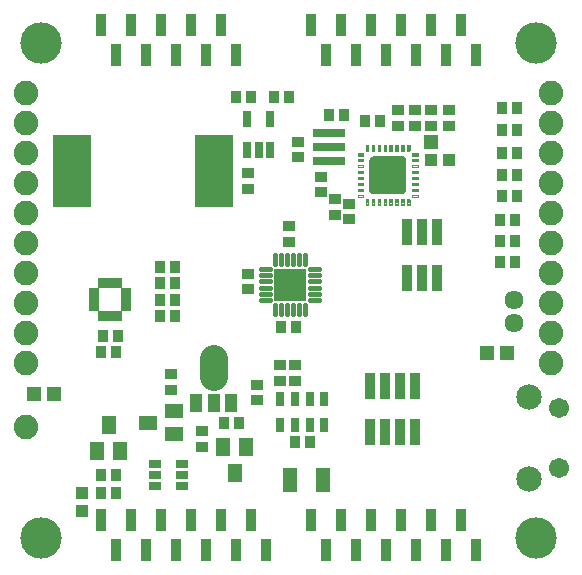
<source format=gts>
G75*
G70*
%OFA0B0*%
%FSLAX24Y24*%
%IPPOS*%
%LPD*%
%AMOC8*
5,1,8,0,0,1.08239X$1,22.5*
%
%ADD10C,0.1380*%
%ADD11R,0.0356X0.0434*%
%ADD12C,0.0820*%
%ADD13R,0.0380X0.0910*%
%ADD14R,0.0434X0.0356*%
%ADD15C,0.0197*%
%ADD16C,0.0040*%
%ADD17C,0.0634*%
%ADD18R,0.0474X0.0474*%
%ADD19R,0.0395X0.0395*%
%ADD20R,0.0474X0.0789*%
%ADD21R,0.1064X0.0277*%
%ADD22R,0.0190X0.0336*%
%ADD23R,0.0336X0.0190*%
%ADD24C,0.0180*%
%ADD25R,0.1110X0.1110*%
%ADD26R,0.0316X0.0513*%
%ADD27R,0.0513X0.0474*%
%ADD28R,0.0474X0.0631*%
%ADD29R,0.0631X0.0474*%
%ADD30R,0.0434X0.0316*%
%ADD31R,0.0413X0.0620*%
%ADD32C,0.0946*%
%ADD33C,0.0674*%
%ADD34C,0.0848*%
%ADD35R,0.1261X0.2442*%
%ADD36R,0.0297X0.0552*%
%ADD37R,0.0360X0.0750*%
D10*
X002050Y004290D03*
X002050Y020790D03*
X018550Y020790D03*
X018550Y004290D03*
D11*
X011006Y007490D03*
X010494Y007490D03*
X008656Y008140D03*
X008144Y008140D03*
X010034Y011315D03*
X010546Y011315D03*
X006506Y011690D03*
X005994Y011690D03*
X005994Y012240D03*
X006506Y012240D03*
X006506Y012790D03*
X005994Y012790D03*
X005994Y013340D03*
X006506Y013340D03*
X004606Y011040D03*
X004094Y011040D03*
X004044Y010490D03*
X004556Y010490D03*
X004556Y006390D03*
X004044Y006390D03*
X004044Y005790D03*
X004556Y005790D03*
X012844Y018190D03*
X013356Y018190D03*
X012156Y018390D03*
X011644Y018390D03*
X010306Y018990D03*
X009794Y018990D03*
X009056Y018990D03*
X008544Y018990D03*
X017394Y018640D03*
X017906Y018640D03*
X017906Y017890D03*
X017394Y017890D03*
X017394Y017140D03*
X017906Y017140D03*
X017906Y016390D03*
X017394Y016390D03*
X017394Y015690D03*
X017906Y015690D03*
X017856Y014890D03*
X017344Y014890D03*
X017344Y014190D03*
X017856Y014190D03*
X017856Y013490D03*
X017344Y013490D03*
D12*
X019050Y013140D03*
X019050Y012140D03*
X019050Y011140D03*
X019050Y010140D03*
X019050Y014140D03*
X019050Y015140D03*
X019050Y016140D03*
X019050Y017140D03*
X019050Y018140D03*
X019050Y019140D03*
X001550Y019140D03*
X001550Y018140D03*
X001550Y017140D03*
X001550Y016140D03*
X001550Y015140D03*
X001550Y014140D03*
X001550Y013140D03*
X001550Y012140D03*
X001550Y011140D03*
X001550Y010140D03*
X001550Y007990D03*
D13*
X013000Y007825D03*
X013500Y007825D03*
X014000Y007825D03*
X014500Y007825D03*
X014500Y009355D03*
X014000Y009355D03*
X013500Y009355D03*
X013000Y009355D03*
X014250Y012975D03*
X014750Y012975D03*
X015250Y012975D03*
X015250Y014505D03*
X014750Y014505D03*
X014250Y014505D03*
D14*
X012300Y014914D03*
X011860Y015074D03*
X011860Y015586D03*
X012300Y015426D03*
X011380Y015824D03*
X011380Y016336D03*
X010600Y016984D03*
X010600Y017496D03*
X008950Y016446D03*
X008950Y015934D03*
X010320Y014676D03*
X010320Y014164D03*
X008930Y013106D03*
X008930Y012594D03*
X010000Y010046D03*
X010500Y010046D03*
X010500Y009534D03*
X010000Y009534D03*
X009250Y009396D03*
X009250Y008884D03*
X007400Y007846D03*
X007400Y007334D03*
X006370Y009234D03*
X006370Y009746D03*
X013950Y018034D03*
X013950Y018546D03*
X014500Y018546D03*
X014500Y018034D03*
X015050Y018034D03*
X015050Y018546D03*
X015650Y018546D03*
X015650Y018034D03*
D15*
X014122Y016912D02*
X014122Y015868D01*
X013078Y015868D01*
X013078Y016853D01*
X013137Y016912D01*
X014122Y016912D01*
X014122Y016760D02*
X013078Y016760D01*
X013078Y016565D02*
X014122Y016565D01*
X014122Y016369D02*
X013078Y016369D01*
X013078Y016174D02*
X014122Y016174D01*
X014122Y015978D02*
X013078Y015978D01*
D16*
X012793Y015937D02*
X012793Y015859D01*
X012596Y015859D01*
X012596Y015937D01*
X012793Y015937D01*
X012793Y015903D02*
X012596Y015903D01*
X012596Y015865D02*
X012793Y015865D01*
X012793Y015740D02*
X012596Y015740D01*
X012596Y015662D01*
X012773Y015662D01*
X012793Y015681D01*
X012793Y015740D01*
X012793Y015711D02*
X012596Y015711D01*
X012596Y015672D02*
X012784Y015672D01*
X012891Y015583D02*
X012950Y015583D01*
X012950Y015386D01*
X012872Y015386D01*
X012872Y015563D01*
X012891Y015583D01*
X012872Y015557D02*
X012950Y015557D01*
X012950Y015518D02*
X012872Y015518D01*
X012872Y015480D02*
X012950Y015480D01*
X012950Y015441D02*
X012872Y015441D01*
X012872Y015403D02*
X012950Y015403D01*
X013069Y015403D02*
X013147Y015403D01*
X013147Y015386D02*
X013069Y015386D01*
X013069Y015583D01*
X013147Y015583D01*
X013147Y015386D01*
X013147Y015441D02*
X013069Y015441D01*
X013069Y015480D02*
X013147Y015480D01*
X013147Y015518D02*
X013069Y015518D01*
X013069Y015557D02*
X013147Y015557D01*
X013265Y015557D02*
X013344Y015557D01*
X013344Y015583D02*
X013344Y015386D01*
X013265Y015386D01*
X013265Y015583D01*
X013344Y015583D01*
X013344Y015518D02*
X013265Y015518D01*
X013265Y015480D02*
X013344Y015480D01*
X013344Y015441D02*
X013265Y015441D01*
X013265Y015403D02*
X013344Y015403D01*
X013462Y015403D02*
X013541Y015403D01*
X013541Y015386D02*
X013462Y015386D01*
X013462Y015583D01*
X013541Y015583D01*
X013541Y015386D01*
X013541Y015441D02*
X013462Y015441D01*
X013462Y015480D02*
X013541Y015480D01*
X013541Y015518D02*
X013462Y015518D01*
X013462Y015557D02*
X013541Y015557D01*
X013659Y015557D02*
X013738Y015557D01*
X013738Y015583D02*
X013738Y015386D01*
X013659Y015386D01*
X013659Y015583D01*
X013738Y015583D01*
X013738Y015518D02*
X013659Y015518D01*
X013659Y015480D02*
X013738Y015480D01*
X013738Y015441D02*
X013659Y015441D01*
X013659Y015403D02*
X013738Y015403D01*
X013856Y015403D02*
X013935Y015403D01*
X013935Y015386D02*
X013856Y015386D01*
X013856Y015583D01*
X013935Y015583D01*
X013935Y015386D01*
X013935Y015441D02*
X013856Y015441D01*
X013856Y015480D02*
X013935Y015480D01*
X013935Y015518D02*
X013856Y015518D01*
X013856Y015557D02*
X013935Y015557D01*
X014053Y015557D02*
X014131Y015557D01*
X014131Y015583D02*
X014131Y015386D01*
X014053Y015386D01*
X014053Y015583D01*
X014131Y015583D01*
X014131Y015518D02*
X014053Y015518D01*
X014053Y015480D02*
X014131Y015480D01*
X014131Y015441D02*
X014053Y015441D01*
X014053Y015403D02*
X014131Y015403D01*
X014250Y015403D02*
X014328Y015403D01*
X014328Y015386D02*
X014250Y015386D01*
X014250Y015583D01*
X014309Y015583D01*
X014328Y015563D01*
X014328Y015386D01*
X014328Y015441D02*
X014250Y015441D01*
X014250Y015480D02*
X014328Y015480D01*
X014328Y015518D02*
X014250Y015518D01*
X014250Y015557D02*
X014328Y015557D01*
X014427Y015662D02*
X014407Y015681D01*
X014407Y015740D01*
X014604Y015740D01*
X014604Y015662D01*
X014427Y015662D01*
X014416Y015672D02*
X014604Y015672D01*
X014604Y015711D02*
X014407Y015711D01*
X014407Y015859D02*
X014407Y015937D01*
X014604Y015937D01*
X014604Y015859D01*
X014407Y015859D01*
X014407Y015865D02*
X014604Y015865D01*
X014604Y015903D02*
X014407Y015903D01*
X014407Y016055D02*
X014407Y016134D01*
X014604Y016134D01*
X014604Y016055D01*
X014407Y016055D01*
X014407Y016057D02*
X014604Y016057D01*
X014604Y016096D02*
X014407Y016096D01*
X014407Y016134D02*
X014604Y016134D01*
X014604Y016252D02*
X014604Y016331D01*
X014407Y016331D01*
X014407Y016252D01*
X014604Y016252D01*
X014604Y016288D02*
X014407Y016288D01*
X014407Y016327D02*
X014604Y016327D01*
X014604Y016449D02*
X014604Y016528D01*
X014407Y016528D01*
X014407Y016449D01*
X014604Y016449D01*
X014604Y016481D02*
X014407Y016481D01*
X014407Y016519D02*
X014604Y016519D01*
X014604Y016646D02*
X014407Y016646D01*
X014407Y016725D01*
X014604Y016725D01*
X014604Y016646D01*
X014604Y016673D02*
X014407Y016673D01*
X014407Y016712D02*
X014604Y016712D01*
X014604Y016843D02*
X014407Y016843D01*
X014407Y016921D01*
X014604Y016921D01*
X014604Y016843D01*
X014604Y016866D02*
X014407Y016866D01*
X014407Y016904D02*
X014604Y016904D01*
X014604Y017040D02*
X014407Y017040D01*
X014407Y017099D01*
X014427Y017118D01*
X014604Y017118D01*
X014604Y017040D01*
X014604Y017058D02*
X014407Y017058D01*
X014407Y017097D02*
X014604Y017097D01*
X014328Y017217D02*
X014328Y017394D01*
X014250Y017394D01*
X014250Y017197D01*
X014309Y017197D01*
X014328Y017217D01*
X014324Y017212D02*
X014250Y017212D01*
X014250Y017251D02*
X014328Y017251D01*
X014328Y017289D02*
X014250Y017289D01*
X014250Y017328D02*
X014328Y017328D01*
X014328Y017366D02*
X014250Y017366D01*
X014131Y017366D02*
X014053Y017366D01*
X014053Y017394D02*
X014131Y017394D01*
X014131Y017197D01*
X014053Y017197D01*
X014053Y017394D01*
X014053Y017328D02*
X014131Y017328D01*
X014131Y017289D02*
X014053Y017289D01*
X014053Y017251D02*
X014131Y017251D01*
X014131Y017212D02*
X014053Y017212D01*
X013935Y017212D02*
X013856Y017212D01*
X013856Y017197D02*
X013856Y017394D01*
X013935Y017394D01*
X013935Y017197D01*
X013856Y017197D01*
X013856Y017251D02*
X013935Y017251D01*
X013935Y017289D02*
X013856Y017289D01*
X013856Y017328D02*
X013935Y017328D01*
X013935Y017366D02*
X013856Y017366D01*
X013738Y017366D02*
X013659Y017366D01*
X013659Y017394D02*
X013738Y017394D01*
X013738Y017197D01*
X013659Y017197D01*
X013659Y017394D01*
X013659Y017328D02*
X013738Y017328D01*
X013738Y017289D02*
X013659Y017289D01*
X013659Y017251D02*
X013738Y017251D01*
X013738Y017212D02*
X013659Y017212D01*
X013541Y017212D02*
X013462Y017212D01*
X013462Y017197D02*
X013462Y017394D01*
X013541Y017394D01*
X013541Y017197D01*
X013462Y017197D01*
X013462Y017251D02*
X013541Y017251D01*
X013541Y017289D02*
X013462Y017289D01*
X013462Y017328D02*
X013541Y017328D01*
X013541Y017366D02*
X013462Y017366D01*
X013344Y017366D02*
X013265Y017366D01*
X013265Y017394D02*
X013344Y017394D01*
X013344Y017197D01*
X013265Y017197D01*
X013265Y017394D01*
X013265Y017328D02*
X013344Y017328D01*
X013344Y017289D02*
X013265Y017289D01*
X013265Y017251D02*
X013344Y017251D01*
X013344Y017212D02*
X013265Y017212D01*
X013147Y017212D02*
X013069Y017212D01*
X013069Y017197D02*
X013069Y017394D01*
X013147Y017394D01*
X013147Y017197D01*
X013069Y017197D01*
X013069Y017251D02*
X013147Y017251D01*
X013147Y017289D02*
X013069Y017289D01*
X013069Y017328D02*
X013147Y017328D01*
X013147Y017366D02*
X013069Y017366D01*
X012950Y017366D02*
X012872Y017366D01*
X012872Y017394D02*
X012950Y017394D01*
X012950Y017197D01*
X012891Y017197D01*
X012872Y017217D01*
X012872Y017394D01*
X012872Y017328D02*
X012950Y017328D01*
X012950Y017289D02*
X012872Y017289D01*
X012872Y017251D02*
X012950Y017251D01*
X012950Y017212D02*
X012876Y017212D01*
X012773Y017118D02*
X012793Y017099D01*
X012793Y017040D01*
X012596Y017040D01*
X012596Y017118D01*
X012773Y017118D01*
X012793Y017097D02*
X012596Y017097D01*
X012596Y017058D02*
X012793Y017058D01*
X012793Y016921D02*
X012596Y016921D01*
X012596Y016843D01*
X012793Y016843D01*
X012793Y016921D01*
X012793Y016904D02*
X012596Y016904D01*
X012596Y016866D02*
X012793Y016866D01*
X012793Y016725D02*
X012596Y016725D01*
X012596Y016646D01*
X012793Y016646D01*
X012793Y016725D01*
X012793Y016712D02*
X012596Y016712D01*
X012596Y016673D02*
X012793Y016673D01*
X012793Y016528D02*
X012596Y016528D01*
X012596Y016449D01*
X012793Y016449D01*
X012793Y016528D01*
X012793Y016519D02*
X012596Y016519D01*
X012596Y016481D02*
X012793Y016481D01*
X012793Y016331D02*
X012793Y016252D01*
X012596Y016252D01*
X012596Y016331D01*
X012793Y016331D01*
X012793Y016327D02*
X012596Y016327D01*
X012596Y016288D02*
X012793Y016288D01*
X012793Y016134D02*
X012793Y016055D01*
X012596Y016055D01*
X012596Y016134D01*
X012793Y016134D01*
X012596Y016134D01*
X012596Y016096D02*
X012793Y016096D01*
X012793Y016057D02*
X012596Y016057D01*
D17*
X017800Y012234D03*
X017800Y011446D03*
D18*
X015050Y017490D03*
D19*
X015055Y016890D03*
X015645Y016890D03*
X003400Y005785D03*
X003400Y005195D03*
D20*
X010349Y006240D03*
X011451Y006240D03*
D21*
X011650Y016848D03*
X011650Y017320D03*
X011650Y017792D03*
D22*
X004645Y012779D03*
X004448Y012779D03*
X004252Y012779D03*
X004055Y012779D03*
X004055Y011701D03*
X004252Y011701D03*
X004448Y011701D03*
X004645Y011701D03*
D23*
X004889Y011945D03*
X004889Y012142D03*
X004889Y012338D03*
X004889Y012535D03*
X003811Y012535D03*
X003811Y012338D03*
X003811Y012142D03*
X003811Y011945D03*
D24*
X009371Y012238D02*
X009671Y012238D01*
X009671Y012437D02*
X009371Y012437D01*
X009371Y012635D02*
X009671Y012635D01*
X009671Y012846D02*
X009371Y012846D01*
X009371Y013044D02*
X009671Y013044D01*
X009671Y013243D02*
X009371Y013243D01*
X009836Y013418D02*
X009836Y013718D01*
X010036Y013718D02*
X010036Y013418D01*
X010233Y013418D02*
X010233Y013718D01*
X010444Y013718D02*
X010444Y013418D01*
X010643Y013418D02*
X010643Y013718D01*
X010841Y013718D02*
X010841Y013418D01*
X011006Y013243D02*
X011306Y013243D01*
X011306Y013044D02*
X011006Y013044D01*
X011006Y012846D02*
X011306Y012846D01*
X011306Y012635D02*
X011006Y012635D01*
X011006Y012437D02*
X011306Y012437D01*
X011306Y012238D02*
X011006Y012238D01*
X010841Y012063D02*
X010841Y011763D01*
X010643Y011763D02*
X010643Y012063D01*
X010444Y012063D02*
X010444Y011763D01*
X010233Y011763D02*
X010233Y012063D01*
X010036Y012063D02*
X010036Y011763D01*
X009836Y011763D02*
X009836Y012063D01*
D25*
X010335Y012736D03*
D26*
X010504Y008923D03*
X010996Y008923D03*
X011488Y008923D03*
X011488Y008057D03*
X010996Y008057D03*
X010504Y008057D03*
X010012Y008057D03*
X010012Y008923D03*
D27*
X016915Y010465D03*
X017585Y010465D03*
X002485Y009090D03*
X001815Y009090D03*
D28*
X003926Y007207D03*
X004674Y007207D03*
X004300Y008073D03*
X008126Y007323D03*
X008874Y007323D03*
X008500Y006457D03*
D29*
X006483Y007766D03*
X006483Y008514D03*
X005617Y008140D03*
D30*
X005847Y006764D03*
X005847Y006390D03*
X005847Y006016D03*
X006753Y006016D03*
X006753Y006390D03*
X006753Y006764D03*
D31*
X007209Y008808D03*
X007800Y008808D03*
X008391Y008808D03*
D32*
X007800Y009665D02*
X007800Y010255D01*
D33*
X019300Y008609D03*
X019300Y006640D03*
D34*
X018316Y006246D03*
X018316Y009002D03*
D35*
X007812Y016540D03*
X003088Y016540D03*
D36*
X008926Y017228D03*
X009300Y017228D03*
X009674Y017228D03*
X009674Y018252D03*
X008926Y018252D03*
D37*
X008550Y020390D03*
X007550Y020390D03*
X006550Y020390D03*
X005550Y020390D03*
X004550Y020390D03*
X004050Y021390D03*
X005050Y021390D03*
X006050Y021390D03*
X007050Y021390D03*
X008050Y021390D03*
X011050Y021390D03*
X012050Y021390D03*
X013050Y021390D03*
X014050Y021390D03*
X015050Y021390D03*
X016050Y021390D03*
X015550Y020390D03*
X016550Y020390D03*
X014550Y020390D03*
X013550Y020390D03*
X012550Y020390D03*
X011550Y020390D03*
X011050Y004890D03*
X011550Y003890D03*
X012550Y003890D03*
X012050Y004890D03*
X013050Y004890D03*
X013550Y003890D03*
X014550Y003890D03*
X014050Y004890D03*
X015050Y004890D03*
X015550Y003890D03*
X016550Y003890D03*
X016050Y004890D03*
X009550Y003890D03*
X009050Y004890D03*
X008050Y004890D03*
X007550Y003890D03*
X008550Y003890D03*
X007050Y004890D03*
X006050Y004890D03*
X005550Y003890D03*
X006550Y003890D03*
X005050Y004890D03*
X004050Y004890D03*
X004550Y003890D03*
M02*

</source>
